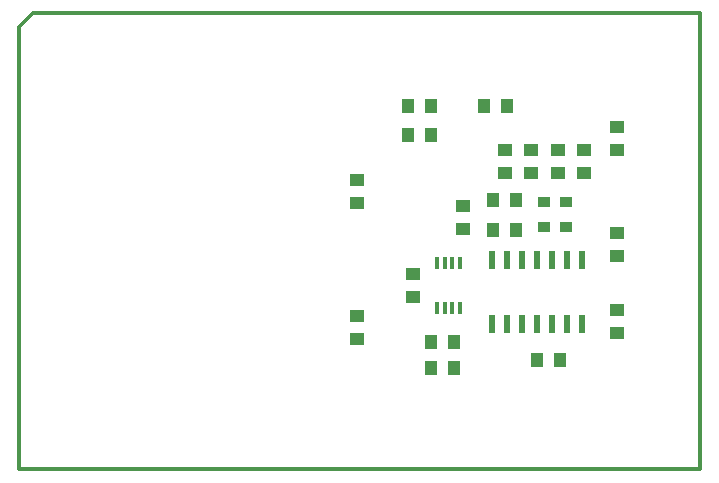
<source format=gtp>
G04 Layer_Color=8421504*
%FSLAX44Y44*%
%MOMM*%
G71*
G01*
G75*
%ADD10R,1.3000X1.0000*%
%ADD11R,1.0000X1.3000*%
%ADD12R,1.0000X0.9000*%
%ADD13R,0.4000X1.1000*%
%ADD14R,0.6000X1.5500*%
%ADD16C,0.3500*%
D10*
X-97500Y52250D02*
D03*
Y32750D02*
D03*
Y-62750D02*
D03*
Y-82250D02*
D03*
X27500Y57750D02*
D03*
Y77250D02*
D03*
X50000Y57750D02*
D03*
Y77250D02*
D03*
X72500Y57750D02*
D03*
Y77250D02*
D03*
X95000Y57750D02*
D03*
Y77250D02*
D03*
X122500Y97250D02*
D03*
Y77750D02*
D03*
Y7250D02*
D03*
Y-12250D02*
D03*
X-7500Y10250D02*
D03*
Y29750D02*
D03*
X-50000Y-27750D02*
D03*
Y-47250D02*
D03*
X122500Y-77250D02*
D03*
Y-57750D02*
D03*
D11*
X-54750Y90000D02*
D03*
X-35250D02*
D03*
Y115000D02*
D03*
X-54750D02*
D03*
X10250D02*
D03*
X29750D02*
D03*
X17750Y10000D02*
D03*
X37250D02*
D03*
X74750Y-100000D02*
D03*
X55250D02*
D03*
X-34750Y-107500D02*
D03*
X-15250D02*
D03*
X-34750Y-85000D02*
D03*
X-15250D02*
D03*
X37250Y35000D02*
D03*
X17750D02*
D03*
D12*
X60500Y33000D02*
D03*
Y12000D02*
D03*
X79500D02*
D03*
Y33000D02*
D03*
D13*
X-29750Y-18500D02*
D03*
X-23250D02*
D03*
X-16750D02*
D03*
X-10250D02*
D03*
Y-56500D02*
D03*
X-16750D02*
D03*
X-23250D02*
D03*
X-29750D02*
D03*
D14*
X93100Y-15500D02*
D03*
X80400D02*
D03*
X67700D02*
D03*
X55000D02*
D03*
X42300D02*
D03*
X29600D02*
D03*
X16900D02*
D03*
X93100Y-69500D02*
D03*
X80400D02*
D03*
X67700D02*
D03*
X55000D02*
D03*
X42300D02*
D03*
X29600D02*
D03*
X16900D02*
D03*
D16*
X-372110Y193040D02*
X193040D01*
Y-193040D02*
Y193040D01*
X-383540Y-193040D02*
X193040D01*
X-383540D02*
Y181610D01*
X-372110Y193040D01*
M02*

</source>
